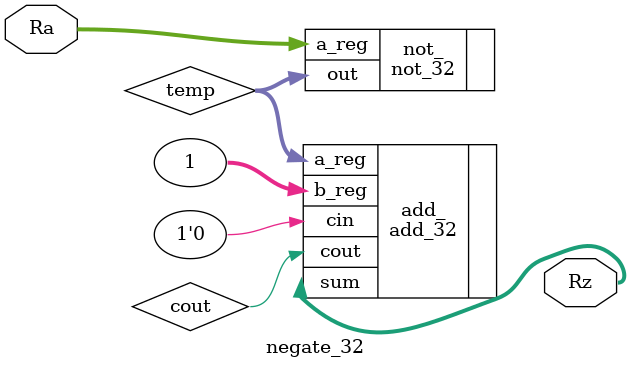
<source format=v>
module negate_32(
	input wire [31:0] Ra,
	output wire [31:0] Rz
	);
	
	wire [31:0] temp; 
	wire cout;
	not_32 not_(.a_reg(Ra), .out(temp));
	add_32 add_(.a_reg(temp), .b_reg(32'd1), .cin(1'd0), .sum(Rz), .cout(cout));
	
endmodule
</source>
